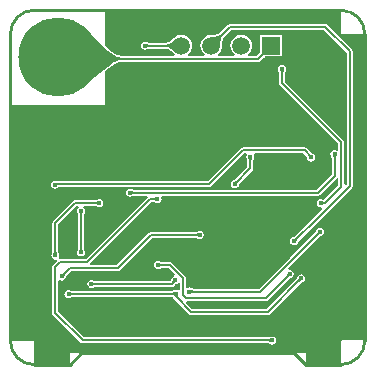
<source format=gbl>
G04*
G04 #@! TF.GenerationSoftware,Altium Limited,Altium Designer,18.1.9 (240)*
G04*
G04 Layer_Physical_Order=2*
G04 Layer_Color=16711680*
%FSLAX24Y24*%
%MOIN*%
G70*
G01*
G75*
%ADD11C,0.0100*%
%ADD39C,0.0080*%
%ADD40C,0.2638*%
%ADD41C,0.0472*%
%ADD42C,0.0598*%
%ADD43R,0.0598X0.0598*%
%ADD44C,0.0150*%
G36*
X1816Y11145D02*
X1821Y11084D01*
X1824Y11057D01*
X1830Y11032D01*
X1836Y11010D01*
X1843Y10990D01*
X1852Y10973D01*
X1862Y10957D01*
X1873Y10945D01*
X1816Y10888D01*
X1804Y10899D01*
X1788Y10909D01*
X1771Y10918D01*
X1751Y10925D01*
X1729Y10932D01*
X1704Y10937D01*
X1680Y10940D01*
X1665Y10920D01*
X1651Y10900D01*
X1640Y10879D01*
X1631Y10860D01*
X1625Y10841D01*
X1621Y10824D01*
X1620Y10807D01*
X1540D01*
X1539Y10824D01*
X1535Y10841D01*
X1529Y10860D01*
X1520Y10879D01*
X1509Y10900D01*
X1495Y10920D01*
X1479Y10942D01*
X1438Y10988D01*
X1415Y11012D01*
X1650D01*
X1816Y11179D01*
X1816Y11145D01*
D02*
G37*
G36*
X2079Y10739D02*
X2055Y10763D01*
X2009Y10803D01*
X1987Y10819D01*
X1966Y10833D01*
X1946Y10844D01*
X1927Y10853D01*
X1908Y10859D01*
X1891Y10863D01*
X1874Y10864D01*
Y10944D01*
X1891Y10946D01*
X1908Y10949D01*
X1927Y10956D01*
X1946Y10964D01*
X1966Y10976D01*
X1987Y10989D01*
X2009Y11006D01*
X2055Y11046D01*
X2079Y11070D01*
Y10739D01*
D02*
G37*
G36*
X7058Y10938D02*
X7045Y10923D01*
X7033Y10904D01*
X7023Y10882D01*
X7015Y10857D01*
X7007Y10828D01*
X7001Y10796D01*
X6997Y10760D01*
X6992Y10679D01*
X6992Y10633D01*
X6696Y10929D01*
X6742Y10929D01*
X6823Y10934D01*
X6859Y10938D01*
X6891Y10944D01*
X6920Y10952D01*
X6945Y10960D01*
X6967Y10970D01*
X6986Y10982D01*
X7001Y10995D01*
X7058Y10938D01*
D02*
G37*
G36*
X4536Y10680D02*
X4540Y10678D01*
X4544Y10676D01*
X4548Y10674D01*
X4553Y10673D01*
X4559Y10672D01*
X4566Y10671D01*
X4580Y10670D01*
X4588Y10670D01*
Y10590D01*
X4580Y10590D01*
X4566Y10589D01*
X4559Y10588D01*
X4553Y10587D01*
X4548Y10585D01*
X4544Y10584D01*
X4540Y10582D01*
X4536Y10580D01*
X4534Y10577D01*
Y10682D01*
X4536Y10680D01*
D02*
G37*
G36*
X1053Y10711D02*
X1013Y10666D01*
X997Y10644D01*
X983Y10623D01*
X972Y10603D01*
X963Y10583D01*
X957Y10565D01*
X953Y10547D01*
X952Y10530D01*
X872D01*
X871Y10547D01*
X867Y10565D01*
X861Y10583D01*
X852Y10603D01*
X840Y10623D01*
X827Y10644D01*
X810Y10666D01*
X770Y10711D01*
X746Y10736D01*
X1077D01*
X1053Y10711D01*
D02*
G37*
G36*
X5479Y10420D02*
X5447Y10453D01*
X5386Y10507D01*
X5358Y10529D01*
X5331Y10548D01*
X5305Y10563D01*
X5281Y10575D01*
X5258Y10583D01*
X5237Y10588D01*
X5217Y10590D01*
Y10670D01*
X5237Y10672D01*
X5258Y10677D01*
X5281Y10685D01*
X5305Y10697D01*
X5331Y10712D01*
X5358Y10731D01*
X5386Y10753D01*
X5447Y10807D01*
X5479Y10839D01*
Y10420D01*
D02*
G37*
G36*
X8508Y10332D02*
X8502Y10336D01*
X8494Y10339D01*
X8486D01*
X8476Y10336D01*
X8466Y10332D01*
X8454Y10325D01*
X8441Y10316D01*
X8427Y10305D01*
X8395Y10275D01*
X8338Y10332D01*
X8354Y10348D01*
X8379Y10378D01*
X8388Y10391D01*
X8395Y10403D01*
X8399Y10413D01*
X8402Y10423D01*
Y10431D01*
X8399Y10439D01*
X8395Y10445D01*
X8508Y10332D01*
D02*
G37*
G36*
X867Y10282D02*
X869Y10281D01*
X871Y10280D01*
X874Y10279D01*
X879Y10278D01*
X884Y10277D01*
X896Y10277D01*
X912Y10276D01*
Y10196D01*
X903Y10196D01*
X879Y10194D01*
X874Y10194D01*
X871Y10193D01*
X869Y10192D01*
X867Y10190D01*
X866Y10189D01*
Y10284D01*
X867Y10282D01*
D02*
G37*
G36*
X2707Y10956D02*
X3242Y10455D01*
X3351Y10374D01*
X3449Y10311D01*
X3538Y10267D01*
X3616Y10240D01*
X3685Y10231D01*
X3682Y10151D01*
X3619Y10142D01*
X3543Y10116D01*
X3455Y10072D01*
X3354Y10012D01*
X3240Y9933D01*
X2976Y9725D01*
X2661Y9446D01*
X2484Y9281D01*
X2515Y10163D01*
X2391Y10041D01*
X2360Y10062D01*
X2304Y10097D01*
X2255Y10123D01*
X2233Y10133D01*
X2212Y10141D01*
X2194Y10146D01*
X2178Y10150D01*
X2163Y10151D01*
X2147Y10231D01*
X2165Y10232D01*
X2183Y10236D01*
X2202Y10243D01*
X2220Y10252D01*
X2238Y10265D01*
X2256Y10279D01*
X2274Y10297D01*
X2292Y10317D01*
X2310Y10340D01*
X2327Y10366D01*
X2515Y10182D01*
X2548Y11126D01*
X2707Y10956D01*
D02*
G37*
G36*
X9110Y9794D02*
X9108Y9790D01*
X9106Y9786D01*
X9104Y9782D01*
X9103Y9777D01*
X9102Y9771D01*
X9101Y9764D01*
X9100Y9750D01*
X9100Y9742D01*
X9020D01*
X9020Y9750D01*
X9019Y9764D01*
X9018Y9771D01*
X9017Y9777D01*
X9015Y9782D01*
X9014Y9786D01*
X9012Y9790D01*
X9010Y9794D01*
X9007Y9796D01*
X9112D01*
X9110Y9794D01*
D02*
G37*
G36*
X952Y9943D02*
X953Y9926D01*
X957Y9908D01*
X963Y9889D01*
X972Y9870D01*
X983Y9850D01*
X997Y9829D01*
X1013Y9807D01*
X1053Y9761D01*
X1077Y9737D01*
X746Y9737D01*
X770Y9761D01*
X810Y9807D01*
X827Y9829D01*
X840Y9850D01*
X852Y9870D01*
X861Y9889D01*
X867Y9908D01*
X871Y9926D01*
X872Y9943D01*
X952Y9943D01*
D02*
G37*
G36*
X1111Y9701D02*
X1178Y9638D01*
X1198Y9622D01*
X1218Y9609D01*
X1236Y9598D01*
X1254Y9589D01*
X1270Y9584D01*
X1286Y9580D01*
X1283Y9500D01*
X1266Y9501D01*
X1247Y9500D01*
X1228Y9496D01*
X1208Y9489D01*
X1187Y9480D01*
X1166Y9469D01*
X1154Y9461D01*
X1156Y9444D01*
X1161Y9419D01*
X1168Y9397D01*
X1175Y9377D01*
X1184Y9360D01*
X1194Y9344D01*
X1205Y9332D01*
X1148Y9275D01*
X1135Y9286D01*
X1120Y9296D01*
X1103Y9305D01*
X1083Y9312D01*
X1060Y9319D01*
X1036Y9324D01*
X1009Y9327D01*
X948Y9332D01*
X914Y9332D01*
X1078Y9496D01*
X1086Y9727D01*
X1111Y9701D01*
D02*
G37*
G36*
X2079Y9403D02*
X2055Y9427D01*
X2009Y9467D01*
X1987Y9483D01*
X1966Y9497D01*
X1946Y9508D01*
X1927Y9517D01*
X1908Y9523D01*
X1891Y9527D01*
X1874Y9528D01*
Y9608D01*
X1891Y9609D01*
X1908Y9613D01*
X1927Y9619D01*
X1946Y9628D01*
X1966Y9639D01*
X1987Y9653D01*
X2009Y9670D01*
X2055Y9710D01*
X2079Y9733D01*
Y9403D01*
D02*
G37*
G36*
X1873Y9528D02*
X1862Y9515D01*
X1852Y9500D01*
X1843Y9482D01*
X1836Y9462D01*
X1830Y9440D01*
X1824Y9415D01*
X1821Y9388D01*
X1816Y9328D01*
X1816Y9294D01*
X1582Y9528D01*
X1616Y9528D01*
X1677Y9532D01*
X1704Y9536D01*
X1729Y9541D01*
X1751Y9547D01*
X1771Y9555D01*
X1788Y9563D01*
X1804Y9573D01*
X1816Y9584D01*
X1873Y9528D01*
D02*
G37*
G36*
X1411Y9126D02*
X1387Y9150D01*
X1341Y9190D01*
X1319Y9206D01*
X1298Y9220D01*
X1278Y9231D01*
X1259Y9240D01*
X1240Y9246D01*
X1222Y9250D01*
X1205Y9251D01*
Y9331D01*
X1222Y9333D01*
X1240Y9336D01*
X1259Y9343D01*
X1278Y9351D01*
X1298Y9363D01*
X1319Y9376D01*
X1341Y9393D01*
X1387Y9433D01*
X1411Y9457D01*
Y9126D01*
D02*
G37*
G36*
X10856Y6960D02*
X10854Y6956D01*
X10852Y6952D01*
X10850Y6948D01*
X10849Y6943D01*
X10848Y6937D01*
X10847Y6930D01*
X10846Y6916D01*
X10846Y6908D01*
X10766D01*
X10766Y6916D01*
X10765Y6930D01*
X10764Y6937D01*
X10763Y6943D01*
X10761Y6948D01*
X10760Y6952D01*
X10758Y6956D01*
X10756Y6960D01*
X10753Y6962D01*
X10858D01*
X10856Y6960D01*
D02*
G37*
G36*
X11024Y11809D02*
Y11024D01*
X11811D01*
Y806D01*
X11045D01*
X11026Y787D01*
Y0D01*
X9843D01*
Y394D01*
X1969D01*
X1986Y377D01*
Y0D01*
X787D01*
Y787D01*
X0D01*
Y8661D01*
X3150D01*
Y9779D01*
X3279Y9881D01*
X3389Y9957D01*
X3486Y10015D01*
X3568Y10056D01*
X3634Y10079D01*
X3691Y10086D01*
X3695Y10089D01*
X8254D01*
X8293Y10097D01*
X8326Y10119D01*
X8432Y10225D01*
X8439Y10228D01*
X8469Y10256D01*
X8480Y10264D01*
X8488Y10270D01*
X8489Y10271D01*
X8499D01*
X8508Y10267D01*
X8513Y10269D01*
X8518Y10268D01*
X8523Y10271D01*
X9052D01*
Y10989D01*
X8334D01*
Y10460D01*
X8331Y10455D01*
X8332Y10450D01*
X8330Y10445D01*
X8334Y10436D01*
Y10426D01*
X8333Y10425D01*
X8328Y10417D01*
X8306Y10392D01*
X8292Y10377D01*
X8289Y10370D01*
X8211Y10293D01*
X7926D01*
X7909Y10343D01*
X7949Y10374D01*
X8007Y10449D01*
X8043Y10536D01*
X8055Y10630D01*
X8043Y10724D01*
X8007Y10811D01*
X7949Y10886D01*
X7874Y10944D01*
X7787Y10980D01*
X7693Y10992D01*
X7599Y10980D01*
X7512Y10944D01*
X7437Y10886D01*
X7379Y10811D01*
X7343Y10724D01*
X7331Y10630D01*
X7343Y10536D01*
X7379Y10449D01*
X7437Y10374D01*
X7477Y10343D01*
X7460Y10293D01*
X6926D01*
X6909Y10343D01*
X6949Y10374D01*
X7007Y10449D01*
X7043Y10536D01*
X7055Y10627D01*
X7057Y10633D01*
X7057Y10677D01*
X7062Y10754D01*
X7066Y10786D01*
X7071Y10814D01*
X7077Y10838D01*
X7084Y10858D01*
X7091Y10874D01*
X7098Y10885D01*
X7107Y10896D01*
X7109Y10902D01*
X7354Y11147D01*
X10456D01*
X11204Y10399D01*
Y6011D01*
X11177Y5990D01*
X11128Y6012D01*
Y7426D01*
X11120Y7465D01*
X11098Y7498D01*
X9162Y9434D01*
Y9734D01*
X9165Y9741D01*
X9165Y9747D01*
X9166Y9758D01*
X9166Y9760D01*
X9166Y9762D01*
X9167Y9763D01*
X9167Y9763D01*
X9167Y9765D01*
X9167Y9767D01*
X9187Y9797D01*
X9198Y9850D01*
X9187Y9903D01*
X9157Y9947D01*
X9113Y9977D01*
X9060Y9988D01*
X9007Y9977D01*
X8963Y9947D01*
X8933Y9903D01*
X8922Y9850D01*
X8933Y9797D01*
X8953Y9767D01*
X8953Y9765D01*
X8953Y9763D01*
X8953Y9763D01*
X8954Y9762D01*
X8954Y9760D01*
X8954Y9758D01*
X8955Y9747D01*
X8955Y9741D01*
X8958Y9734D01*
Y9392D01*
X8966Y9353D01*
X8988Y9320D01*
X10924Y7384D01*
Y7160D01*
X10874Y7133D01*
X10859Y7143D01*
X10806Y7154D01*
X10753Y7143D01*
X10709Y7113D01*
X10679Y7069D01*
X10668Y7016D01*
X10679Y6963D01*
X10699Y6933D01*
X10699Y6931D01*
X10699Y6929D01*
X10699Y6929D01*
X10700Y6928D01*
X10700Y6926D01*
X10700Y6924D01*
X10701Y6913D01*
X10701Y6907D01*
X10704Y6900D01*
Y6341D01*
X10195Y5832D01*
X4096D01*
X4089Y5835D01*
X4083Y5835D01*
X4072Y5836D01*
X4070Y5836D01*
X4068Y5836D01*
X4067Y5837D01*
X4067Y5837D01*
X4065Y5837D01*
X4063Y5837D01*
X4033Y5857D01*
X3980Y5868D01*
X3927Y5857D01*
X3883Y5827D01*
X3853Y5783D01*
X3842Y5730D01*
X3853Y5677D01*
X3883Y5633D01*
X3927Y5603D01*
X3980Y5592D01*
X4033Y5603D01*
X4063Y5623D01*
X4065Y5623D01*
X4067Y5623D01*
X4067Y5623D01*
X4068Y5624D01*
X4070Y5624D01*
X4072Y5624D01*
X4083Y5625D01*
X4089Y5625D01*
X4096Y5628D01*
X4555D01*
X4570Y5595D01*
X4572Y5578D01*
X2515Y3521D01*
X1649D01*
X1640Y3519D01*
X1610Y3564D01*
X1623Y3583D01*
X1634Y3636D01*
X1623Y3689D01*
X1603Y3719D01*
X1603Y3721D01*
X1603Y3723D01*
X1603Y3723D01*
X1602Y3724D01*
X1602Y3726D01*
X1602Y3728D01*
X1601Y3739D01*
X1601Y3745D01*
X1598Y3752D01*
Y4684D01*
X2192Y5278D01*
X2266D01*
X2281Y5228D01*
X2259Y5213D01*
X2229Y5169D01*
X2218Y5116D01*
X2229Y5063D01*
X2245Y5039D01*
X2245Y5035D01*
X2245Y5034D01*
X2245Y5034D01*
X2246Y5033D01*
X2246Y5032D01*
X2246Y5031D01*
X2247Y5015D01*
X2247Y5009D01*
X2250Y5002D01*
Y3862D01*
X2247Y3855D01*
X2247Y3848D01*
X2246Y3838D01*
X2246Y3835D01*
X2246Y3833D01*
X2245Y3833D01*
X2245Y3832D01*
X2245Y3831D01*
X2245Y3828D01*
X2225Y3798D01*
X2215Y3745D01*
X2225Y3693D01*
X2255Y3648D01*
X2299Y3618D01*
X2352Y3608D01*
X2405Y3618D01*
X2449Y3648D01*
X2479Y3693D01*
X2490Y3745D01*
X2479Y3798D01*
X2459Y3828D01*
X2459Y3831D01*
X2459Y3832D01*
X2459Y3833D01*
X2459Y3833D01*
X2458Y3835D01*
X2458Y3838D01*
X2457Y3848D01*
X2457Y3855D01*
X2454Y3862D01*
Y4995D01*
X2457Y5001D01*
X2456Y5003D01*
X2457Y5004D01*
X2457Y5011D01*
X2458Y5021D01*
X2458Y5023D01*
X2458Y5024D01*
X2458Y5024D01*
X2458Y5024D01*
X2459Y5024D01*
X2459Y5025D01*
X2459Y5026D01*
X2459Y5027D01*
X2459Y5027D01*
X2459Y5028D01*
X2483Y5063D01*
X2494Y5116D01*
X2483Y5169D01*
X2453Y5213D01*
X2431Y5228D01*
X2446Y5278D01*
X2844D01*
X2851Y5275D01*
X2857Y5275D01*
X2868Y5274D01*
X2870Y5274D01*
X2872Y5274D01*
X2873Y5273D01*
X2873Y5273D01*
X2875Y5273D01*
X2877Y5273D01*
X2907Y5253D01*
X2960Y5242D01*
X3013Y5253D01*
X3057Y5283D01*
X3087Y5327D01*
X3098Y5380D01*
X3087Y5433D01*
X3057Y5477D01*
X3013Y5507D01*
X2960Y5518D01*
X2907Y5507D01*
X2877Y5487D01*
X2875Y5487D01*
X2873Y5487D01*
X2873Y5487D01*
X2872Y5486D01*
X2870Y5486D01*
X2868Y5486D01*
X2857Y5485D01*
X2851Y5485D01*
X2844Y5482D01*
X2150D01*
X2111Y5474D01*
X2078Y5452D01*
X1424Y4798D01*
X1402Y4765D01*
X1394Y4726D01*
Y3752D01*
X1391Y3745D01*
X1391Y3739D01*
X1390Y3728D01*
X1390Y3726D01*
X1390Y3724D01*
X1389Y3723D01*
X1389Y3723D01*
X1389Y3721D01*
X1389Y3719D01*
X1369Y3689D01*
X1358Y3636D01*
X1369Y3583D01*
X1399Y3539D01*
X1443Y3509D01*
X1496Y3498D01*
X1518Y3503D01*
X1542Y3457D01*
X1414Y3328D01*
X1392Y3295D01*
X1384Y3256D01*
Y1726D01*
X1392Y1687D01*
X1414Y1654D01*
X2334Y734D01*
X2367Y712D01*
X2406Y704D01*
X8608D01*
X8615Y701D01*
X8621Y701D01*
X8632Y700D01*
X8635Y700D01*
X8636Y700D01*
X8637Y699D01*
X8637Y699D01*
X8639Y699D01*
X8642Y699D01*
X8672Y679D01*
X8724Y668D01*
X8777Y679D01*
X8822Y709D01*
X8852Y753D01*
X8862Y806D01*
X8852Y859D01*
X8822Y903D01*
X8777Y933D01*
X8724Y944D01*
X8672Y933D01*
X8642Y913D01*
X8639Y913D01*
X8637Y913D01*
X8637Y913D01*
X8636Y912D01*
X8635Y912D01*
X8632Y912D01*
X8621Y911D01*
X8615Y911D01*
X8608Y908D01*
X2448D01*
X1588Y1768D01*
Y2792D01*
X1638Y2819D01*
X1653Y2809D01*
X1706Y2798D01*
X1759Y2809D01*
X1803Y2839D01*
X1833Y2883D01*
X1840Y2919D01*
X1842Y2920D01*
X1843Y2922D01*
X1843Y2922D01*
X1843Y2923D01*
X1845Y2924D01*
X1846Y2926D01*
X1853Y2934D01*
X1858Y2939D01*
X1860Y2946D01*
X2028Y3114D01*
X3576D01*
X3615Y3121D01*
X3648Y3144D01*
X4728Y4224D01*
X6189D01*
X6196Y4221D01*
X6202Y4221D01*
X6213Y4220D01*
X6216Y4220D01*
X6217Y4220D01*
X6218Y4219D01*
X6218Y4219D01*
X6220Y4219D01*
X6223Y4219D01*
X6253Y4199D01*
X6305Y4188D01*
X6358Y4199D01*
X6403Y4229D01*
X6433Y4273D01*
X6443Y4326D01*
X6433Y4379D01*
X6403Y4423D01*
X6358Y4453D01*
X6305Y4464D01*
X6253Y4453D01*
X6223Y4433D01*
X6220Y4433D01*
X6218Y4433D01*
X6218Y4433D01*
X6217Y4432D01*
X6216Y4432D01*
X6213Y4432D01*
X6202Y4431D01*
X6196Y4431D01*
X6189Y4428D01*
X4686D01*
X4647Y4420D01*
X4614Y4398D01*
X3533Y3318D01*
X2671D01*
X2650Y3368D01*
X4691Y5408D01*
X4784D01*
X4791Y5405D01*
X4797Y5405D01*
X4808Y5404D01*
X4810Y5404D01*
X4812Y5404D01*
X4813Y5403D01*
X4813Y5403D01*
X4815Y5403D01*
X4817Y5403D01*
X4847Y5383D01*
X4900Y5372D01*
X4953Y5383D01*
X4997Y5413D01*
X5027Y5457D01*
X5038Y5510D01*
X5027Y5563D01*
X5017Y5578D01*
X5044Y5628D01*
X10237D01*
X10276Y5636D01*
X10309Y5658D01*
X10874Y6223D01*
X10891Y6221D01*
X10924Y6206D01*
Y5973D01*
X10437Y5485D01*
X10432Y5486D01*
X10430Y5486D01*
X10428Y5486D01*
X10427Y5487D01*
X10427Y5487D01*
X10425Y5487D01*
X10423Y5487D01*
X10393Y5507D01*
X10340Y5518D01*
X10287Y5507D01*
X10243Y5477D01*
X10213Y5433D01*
X10202Y5380D01*
X10213Y5327D01*
X10243Y5283D01*
X10287Y5253D01*
X10340Y5242D01*
X10396Y5203D01*
X10398Y5192D01*
X10176Y4970D01*
X9470Y4264D01*
X9463Y4262D01*
X9459Y4257D01*
X9450Y4250D01*
X9448Y4249D01*
X9447Y4248D01*
X9446Y4247D01*
X9446Y4247D01*
X9444Y4246D01*
X9443Y4244D01*
X9407Y4237D01*
X9363Y4207D01*
X9333Y4163D01*
X9322Y4110D01*
X9333Y4057D01*
X9363Y4013D01*
X9407Y3983D01*
X9460Y3972D01*
X9513Y3983D01*
X9557Y4013D01*
X9587Y4057D01*
X9594Y4093D01*
X9596Y4094D01*
X9597Y4096D01*
X9597Y4096D01*
X9597Y4097D01*
X9599Y4098D01*
X9600Y4100D01*
X9607Y4109D01*
X9612Y4113D01*
X9614Y4120D01*
X10320Y4826D01*
X11378Y5884D01*
X11400Y5917D01*
X11408Y5956D01*
Y10441D01*
X11400Y10481D01*
X11378Y10514D01*
X10570Y11321D01*
X10537Y11343D01*
X10498Y11351D01*
X7312D01*
X7273Y11343D01*
X7240Y11321D01*
X6965Y11046D01*
X6959Y11044D01*
X6948Y11035D01*
X6937Y11028D01*
X6921Y11021D01*
X6901Y11014D01*
X6877Y11008D01*
X6849Y11003D01*
X6817Y10999D01*
X6740Y10994D01*
X6696Y10994D01*
X6690Y10992D01*
X6599Y10980D01*
X6512Y10944D01*
X6437Y10886D01*
X6379Y10811D01*
X6343Y10724D01*
X6331Y10630D01*
X6343Y10536D01*
X6379Y10449D01*
X6437Y10374D01*
X6477Y10343D01*
X6460Y10293D01*
X5926D01*
X5909Y10343D01*
X5949Y10374D01*
X6007Y10449D01*
X6043Y10536D01*
X6055Y10630D01*
X6043Y10724D01*
X6007Y10811D01*
X5949Y10886D01*
X5874Y10944D01*
X5787Y10980D01*
X5693Y10992D01*
X5599Y10980D01*
X5512Y10944D01*
X5439Y10888D01*
X5434Y10886D01*
X5402Y10855D01*
X5344Y10803D01*
X5319Y10783D01*
X5295Y10767D01*
X5274Y10754D01*
X5255Y10745D01*
X5239Y10739D01*
X5226Y10736D01*
X5211Y10735D01*
X5206Y10732D01*
X4596D01*
X4589Y10735D01*
X4583Y10735D01*
X4572Y10736D01*
X4570Y10736D01*
X4568Y10736D01*
X4567Y10737D01*
X4567Y10737D01*
X4565Y10737D01*
X4563Y10737D01*
X4533Y10757D01*
X4480Y10768D01*
X4427Y10757D01*
X4383Y10727D01*
X4353Y10683D01*
X4342Y10630D01*
X4353Y10577D01*
X4383Y10533D01*
X4427Y10503D01*
X4480Y10492D01*
X4533Y10503D01*
X4563Y10523D01*
X4565Y10523D01*
X4567Y10523D01*
X4567Y10523D01*
X4568Y10523D01*
X4570Y10524D01*
X4572Y10524D01*
X4583Y10525D01*
X4589Y10525D01*
X4596Y10528D01*
X5206D01*
X5211Y10525D01*
X5226Y10524D01*
X5239Y10521D01*
X5255Y10515D01*
X5274Y10506D01*
X5295Y10493D01*
X5319Y10477D01*
X5344Y10457D01*
X5402Y10405D01*
X5434Y10374D01*
X5439Y10372D01*
X5477Y10343D01*
X5460Y10293D01*
X3698D01*
X3693Y10295D01*
X3631Y10303D01*
X3563Y10327D01*
X3481Y10368D01*
X3387Y10428D01*
X3284Y10505D01*
X3150Y10630D01*
Y11811D01*
X11023D01*
X11024Y11809D01*
D02*
G37*
G36*
X4036Y5780D02*
X4040Y5778D01*
X4044Y5776D01*
X4048Y5774D01*
X4053Y5773D01*
X4059Y5772D01*
X4066Y5771D01*
X4080Y5770D01*
X4088Y5770D01*
Y5690D01*
X4080Y5690D01*
X4066Y5689D01*
X4059Y5688D01*
X4053Y5687D01*
X4048Y5685D01*
X4044Y5684D01*
X4040Y5682D01*
X4036Y5680D01*
X4034Y5677D01*
Y5782D01*
X4036Y5780D01*
D02*
G37*
G36*
X4846Y5458D02*
X4844Y5460D01*
X4840Y5462D01*
X4836Y5464D01*
X4832Y5465D01*
X4827Y5467D01*
X4821Y5468D01*
X4814Y5469D01*
X4800Y5470D01*
X4792Y5470D01*
Y5550D01*
X4800Y5550D01*
X4814Y5551D01*
X4821Y5552D01*
X4827Y5553D01*
X4832Y5555D01*
X4836Y5556D01*
X4840Y5558D01*
X4844Y5560D01*
X4846Y5562D01*
Y5458D01*
D02*
G37*
G36*
X10396Y5430D02*
X10400Y5428D01*
X10404Y5426D01*
X10408Y5425D01*
X10413Y5423D01*
X10419Y5422D01*
X10426Y5421D01*
X10440Y5420D01*
X10448Y5420D01*
Y5340D01*
X10440Y5340D01*
X10426Y5339D01*
X10419Y5338D01*
X10413Y5337D01*
X10408Y5336D01*
X10404Y5334D01*
X10400Y5332D01*
X10396Y5330D01*
X10394Y5328D01*
Y5433D01*
X10396Y5430D01*
D02*
G37*
G36*
X2906Y5328D02*
X2904Y5330D01*
X2900Y5332D01*
X2896Y5334D01*
X2892Y5336D01*
X2887Y5337D01*
X2881Y5338D01*
X2874Y5339D01*
X2860Y5340D01*
X2852Y5340D01*
Y5420D01*
X2860Y5420D01*
X2874Y5421D01*
X2881Y5422D01*
X2887Y5423D01*
X2892Y5425D01*
X2896Y5426D01*
X2900Y5428D01*
X2904Y5430D01*
X2906Y5433D01*
Y5328D01*
D02*
G37*
G36*
X2406Y5060D02*
X2403Y5057D01*
X2401Y5054D01*
X2399Y5050D01*
X2397Y5045D01*
X2396Y5040D01*
X2394Y5034D01*
X2393Y5028D01*
X2392Y5013D01*
X2392Y5005D01*
X2312Y5010D01*
X2312Y5018D01*
X2310Y5039D01*
X2309Y5045D01*
X2308Y5050D01*
X2307Y5055D01*
X2305Y5059D01*
X2303Y5062D01*
X2301Y5065D01*
X2406Y5060D01*
D02*
G37*
G36*
X6252Y4273D02*
X6249Y4276D01*
X6246Y4278D01*
X6242Y4280D01*
X6237Y4281D01*
X6232Y4283D01*
X6226Y4284D01*
X6220Y4285D01*
X6205Y4286D01*
X6197Y4286D01*
Y4366D01*
X6205Y4366D01*
X6220Y4367D01*
X6226Y4368D01*
X6232Y4369D01*
X6237Y4370D01*
X6242Y4372D01*
X6246Y4374D01*
X6249Y4376D01*
X6252Y4378D01*
Y4273D01*
D02*
G37*
G36*
X9565Y4158D02*
X9559Y4153D01*
X9550Y4141D01*
X9546Y4136D01*
X9542Y4131D01*
X9540Y4127D01*
X9538Y4122D01*
X9536Y4118D01*
X9535Y4114D01*
X9535Y4111D01*
X9461Y4185D01*
X9464Y4185D01*
X9468Y4186D01*
X9472Y4188D01*
X9477Y4190D01*
X9481Y4192D01*
X9486Y4196D01*
X9491Y4200D01*
X9503Y4209D01*
X9508Y4215D01*
X9565Y4158D01*
D02*
G37*
G36*
X2392Y3846D02*
X2393Y3831D01*
X2394Y3825D01*
X2395Y3819D01*
X2397Y3814D01*
X2398Y3809D01*
X2400Y3805D01*
X2402Y3802D01*
X2405Y3799D01*
X2300D01*
X2302Y3802D01*
X2304Y3805D01*
X2306Y3809D01*
X2308Y3814D01*
X2309Y3819D01*
X2310Y3825D01*
X2311Y3831D01*
X2312Y3846D01*
X2312Y3854D01*
X2392D01*
X2392Y3846D01*
D02*
G37*
G36*
X1536Y3736D02*
X1537Y3722D01*
X1538Y3715D01*
X1539Y3709D01*
X1540Y3704D01*
X1542Y3700D01*
X1544Y3696D01*
X1546Y3692D01*
X1548Y3690D01*
X1443D01*
X1446Y3692D01*
X1448Y3696D01*
X1450Y3700D01*
X1451Y3704D01*
X1453Y3709D01*
X1454Y3715D01*
X1455Y3722D01*
X1456Y3736D01*
X1456Y3744D01*
X1536D01*
X1536Y3736D01*
D02*
G37*
G36*
X1811Y2984D02*
X1805Y2978D01*
X1796Y2967D01*
X1792Y2962D01*
X1788Y2957D01*
X1786Y2953D01*
X1784Y2948D01*
X1782Y2944D01*
X1781Y2940D01*
X1781Y2937D01*
X1707Y3011D01*
X1710Y3011D01*
X1714Y3012D01*
X1718Y3014D01*
X1723Y3016D01*
X1727Y3018D01*
X1732Y3022D01*
X1737Y3026D01*
X1748Y3035D01*
X1754Y3041D01*
X1811Y2984D01*
D02*
G37*
G36*
X8671Y753D02*
X8668Y756D01*
X8665Y758D01*
X8661Y760D01*
X8656Y761D01*
X8651Y763D01*
X8645Y764D01*
X8639Y765D01*
X8624Y766D01*
X8616Y766D01*
Y846D01*
X8624Y846D01*
X8639Y847D01*
X8645Y848D01*
X8651Y849D01*
X8656Y850D01*
X8661Y852D01*
X8665Y854D01*
X8668Y856D01*
X8671Y858D01*
Y753D01*
D02*
G37*
%LPC*%
G36*
X9809Y7243D02*
X7741D01*
X7702Y7235D01*
X7669Y7213D01*
X6579Y6123D01*
X1566D01*
X1559Y6126D01*
X1531Y6126D01*
X1521Y6127D01*
X1520Y6127D01*
X1520Y6127D01*
X1519Y6127D01*
X1516Y6126D01*
X1476Y6134D01*
X1423Y6123D01*
X1379Y6093D01*
X1349Y6049D01*
X1338Y5996D01*
X1349Y5943D01*
X1379Y5899D01*
X1423Y5869D01*
X1476Y5858D01*
X1529Y5869D01*
X1573Y5899D01*
X1585Y5915D01*
X1590Y5916D01*
X1596Y5916D01*
X1603Y5919D01*
X6621D01*
X6660Y5927D01*
X6693Y5949D01*
X7783Y7039D01*
X7849D01*
X7876Y6989D01*
X7869Y6979D01*
X7858Y6926D01*
X7869Y6873D01*
X7889Y6843D01*
X7889Y6841D01*
X7889Y6839D01*
X7889Y6839D01*
X7890Y6838D01*
X7890Y6836D01*
X7890Y6834D01*
X7891Y6823D01*
X7891Y6817D01*
X7894Y6810D01*
Y6578D01*
X7490Y6174D01*
X7483Y6172D01*
X7479Y6167D01*
X7470Y6160D01*
X7468Y6159D01*
X7467Y6157D01*
X7466Y6157D01*
X7466Y6157D01*
X7464Y6156D01*
X7463Y6154D01*
X7427Y6147D01*
X7383Y6117D01*
X7353Y6073D01*
X7342Y6020D01*
X7353Y5967D01*
X7383Y5923D01*
X7427Y5893D01*
X7480Y5882D01*
X7533Y5893D01*
X7577Y5923D01*
X7607Y5967D01*
X7614Y6003D01*
X7616Y6004D01*
X7617Y6006D01*
X7617Y6006D01*
X7617Y6007D01*
X7619Y6008D01*
X7620Y6010D01*
X7627Y6019D01*
X7632Y6023D01*
X7634Y6030D01*
X8068Y6464D01*
X8090Y6497D01*
X8098Y6536D01*
Y6810D01*
X8101Y6817D01*
X8101Y6823D01*
X8102Y6834D01*
X8102Y6836D01*
X8102Y6838D01*
X8103Y6839D01*
X8103Y6839D01*
X8103Y6841D01*
X8103Y6843D01*
X8123Y6873D01*
X8134Y6926D01*
X8123Y6979D01*
X8116Y6989D01*
X8143Y7039D01*
X9767D01*
X9865Y6941D01*
X9865Y6941D01*
X9867Y6938D01*
X9872Y6934D01*
X9875Y6927D01*
X9880Y6922D01*
X9882Y6919D01*
X9884Y6916D01*
X9884Y6916D01*
X9882Y6905D01*
X9893Y6853D01*
X9923Y6808D01*
X9967Y6778D01*
X10020Y6768D01*
X10073Y6778D01*
X10117Y6808D01*
X10147Y6853D01*
X10158Y6905D01*
X10147Y6958D01*
X10117Y7003D01*
X10073Y7032D01*
X10068Y7033D01*
X10068Y7034D01*
X10065Y7036D01*
X10065Y7036D01*
X10065Y7036D01*
X10065Y7036D01*
X10064Y7036D01*
X10045Y7053D01*
X10040Y7058D01*
X10033Y7061D01*
X9881Y7213D01*
X9848Y7235D01*
X9809Y7243D01*
D02*
G37*
G36*
X10326Y4568D02*
X10273Y4557D01*
X10229Y4527D01*
X10199Y4483D01*
X10192Y4447D01*
X10190Y4446D01*
X10189Y4444D01*
X10189Y4444D01*
X10188Y4443D01*
X10187Y4442D01*
X10186Y4440D01*
X10179Y4432D01*
X10174Y4427D01*
X10172Y4420D01*
X9732Y3980D01*
X9314Y3562D01*
X8285Y2533D01*
X6085D01*
X6078Y2536D01*
X6071Y2536D01*
X6061Y2537D01*
X6058Y2537D01*
X6056Y2537D01*
X6056Y2538D01*
X6056Y2538D01*
X6054Y2538D01*
X6051Y2538D01*
X6021Y2558D01*
X5968Y2569D01*
X5916Y2558D01*
X5898Y2546D01*
X5848Y2573D01*
Y2886D01*
X5840Y2925D01*
X5818Y2958D01*
X5378Y3398D01*
X5345Y3420D01*
X5306Y3428D01*
X5038D01*
X5031Y3431D01*
X5025Y3431D01*
X5014Y3432D01*
X5012Y3432D01*
X5010Y3432D01*
X5009Y3433D01*
X5009Y3433D01*
X5007Y3433D01*
X5004Y3433D01*
X4974Y3453D01*
X4922Y3464D01*
X4869Y3453D01*
X4824Y3423D01*
X4795Y3379D01*
X4784Y3326D01*
X4795Y3273D01*
X4824Y3229D01*
X4869Y3199D01*
X4922Y3188D01*
X4974Y3199D01*
X5004Y3219D01*
X5007Y3219D01*
X5009Y3219D01*
X5009Y3219D01*
X5010Y3220D01*
X5012Y3220D01*
X5014Y3220D01*
X5025Y3221D01*
X5031Y3221D01*
X5038Y3224D01*
X5264D01*
X5483Y3005D01*
X5466Y2951D01*
X5447Y2947D01*
X5403Y2917D01*
X5373Y2873D01*
X5366Y2837D01*
X5364Y2836D01*
X5363Y2834D01*
X5363Y2834D01*
X5363Y2833D01*
X5361Y2832D01*
X5360Y2830D01*
X5353Y2822D01*
X5348Y2817D01*
X5346Y2810D01*
X5328Y2792D01*
X2816D01*
X2809Y2795D01*
X2803Y2795D01*
X2792Y2796D01*
X2790Y2796D01*
X2788Y2796D01*
X2787Y2797D01*
X2787Y2797D01*
X2785Y2797D01*
X2783Y2797D01*
X2753Y2817D01*
X2700Y2828D01*
X2647Y2817D01*
X2603Y2787D01*
X2573Y2743D01*
X2562Y2690D01*
X2573Y2637D01*
X2603Y2593D01*
X2647Y2563D01*
X2700Y2552D01*
X2753Y2563D01*
X2783Y2583D01*
X2785Y2583D01*
X2787Y2583D01*
X2787Y2583D01*
X2788Y2584D01*
X2790Y2584D01*
X2792Y2584D01*
X2803Y2585D01*
X2809Y2585D01*
X2816Y2588D01*
X5370D01*
X5409Y2596D01*
X5442Y2618D01*
X5490Y2666D01*
X5497Y2668D01*
X5501Y2673D01*
X5510Y2680D01*
X5512Y2681D01*
X5513Y2683D01*
X5514Y2683D01*
X5514Y2683D01*
X5516Y2684D01*
X5517Y2686D01*
X5553Y2693D01*
X5594Y2720D01*
X5611Y2717D01*
X5644Y2703D01*
Y2492D01*
X5641Y2489D01*
X5598Y2470D01*
X5594Y2470D01*
X5565Y2489D01*
X5512Y2500D01*
X5459Y2489D01*
X5429Y2469D01*
X5426Y2470D01*
X5425Y2469D01*
X5424Y2469D01*
X5424Y2469D01*
X5422Y2468D01*
X5420Y2468D01*
X5409Y2467D01*
X5402Y2467D01*
X5396Y2464D01*
X2039D01*
X2032Y2467D01*
X2017Y2467D01*
X2007Y2468D01*
X2001Y2469D01*
X1999Y2469D01*
X1999Y2469D01*
X1999Y2469D01*
X1997Y2469D01*
X1995Y2469D01*
X1989Y2473D01*
X1936Y2484D01*
X1883Y2473D01*
X1839Y2443D01*
X1809Y2399D01*
X1798Y2346D01*
X1809Y2293D01*
X1839Y2249D01*
X1883Y2219D01*
X1936Y2208D01*
X1989Y2219D01*
X2033Y2249D01*
X2038Y2256D01*
X2047Y2257D01*
X2053Y2257D01*
X2060Y2260D01*
X2063D01*
X2069Y2259D01*
X2070Y2260D01*
X5396D01*
X5402Y2257D01*
X5409Y2257D01*
X5412Y2257D01*
X5418Y2231D01*
X5440Y2198D01*
X5954Y1684D01*
X5987Y1662D01*
X6026Y1654D01*
X8576D01*
X8615Y1662D01*
X8648Y1684D01*
X9680Y2716D01*
X9687Y2718D01*
X9692Y2723D01*
X9700Y2730D01*
X9702Y2731D01*
X9703Y2733D01*
X9704Y2733D01*
X9704Y2733D01*
X9706Y2734D01*
X9707Y2736D01*
X9743Y2743D01*
X9787Y2773D01*
X9817Y2817D01*
X9828Y2870D01*
X9817Y2923D01*
X9787Y2967D01*
X9743Y2997D01*
X9690Y3008D01*
X9637Y2997D01*
X9593Y2967D01*
X9563Y2923D01*
X9556Y2887D01*
X9554Y2886D01*
X9553Y2884D01*
X9553Y2884D01*
X9553Y2883D01*
X9551Y2882D01*
X9550Y2880D01*
X9543Y2871D01*
X9538Y2867D01*
X9536Y2860D01*
X8534Y1858D01*
X6068D01*
X5862Y2064D01*
X5883Y2114D01*
X8502D01*
X8541Y2122D01*
X8574Y2144D01*
X9292Y2862D01*
X9299Y2864D01*
X9304Y2869D01*
X9312Y2876D01*
X9314Y2877D01*
X9315Y2878D01*
X9316Y2879D01*
X9316Y2879D01*
X9318Y2880D01*
X9320Y2882D01*
X9355Y2889D01*
X9400Y2919D01*
X9429Y2963D01*
X9440Y3016D01*
X9429Y3069D01*
X9400Y3113D01*
X9355Y3143D01*
X9302Y3154D01*
X9302Y3153D01*
X9245Y3193D01*
X9243Y3203D01*
X9876Y3836D01*
X10316Y4276D01*
X10323Y4278D01*
X10327Y4283D01*
X10336Y4290D01*
X10338Y4291D01*
X10339Y4293D01*
X10340Y4293D01*
X10340Y4293D01*
X10342Y4294D01*
X10343Y4296D01*
X10379Y4303D01*
X10423Y4333D01*
X10453Y4377D01*
X10464Y4430D01*
X10453Y4483D01*
X10423Y4527D01*
X10379Y4557D01*
X10326Y4568D01*
D02*
G37*
%LPD*%
G36*
X10001Y7006D02*
X10025Y6985D01*
X10028Y6982D01*
X10032Y6980D01*
X10034Y6979D01*
X10037Y6978D01*
X9947Y6923D01*
X9948Y6927D01*
X9948Y6931D01*
X9947Y6935D01*
X9945Y6940D01*
X9943Y6945D01*
X9940Y6950D01*
X9937Y6955D01*
X9932Y6960D01*
X9927Y6966D01*
X9922Y6972D01*
X9995Y7012D01*
X10001Y7006D01*
D02*
G37*
G36*
X8046Y6870D02*
X8044Y6866D01*
X8042Y6862D01*
X8040Y6858D01*
X8039Y6853D01*
X8038Y6847D01*
X8037Y6840D01*
X8036Y6826D01*
X8036Y6818D01*
X7956D01*
X7956Y6826D01*
X7955Y6840D01*
X7954Y6847D01*
X7953Y6853D01*
X7951Y6858D01*
X7950Y6862D01*
X7948Y6866D01*
X7946Y6870D01*
X7943Y6872D01*
X8048D01*
X8046Y6870D01*
D02*
G37*
G36*
X7585Y6068D02*
X7579Y6062D01*
X7570Y6051D01*
X7566Y6046D01*
X7562Y6041D01*
X7560Y6037D01*
X7558Y6032D01*
X7556Y6028D01*
X7555Y6024D01*
X7555Y6021D01*
X7481Y6095D01*
X7484Y6095D01*
X7488Y6096D01*
X7492Y6098D01*
X7497Y6100D01*
X7501Y6102D01*
X7506Y6106D01*
X7511Y6110D01*
X7522Y6119D01*
X7528Y6125D01*
X7585Y6068D01*
D02*
G37*
G36*
X1510Y6063D02*
X1512Y6062D01*
X1515Y6062D01*
X1529Y6061D01*
X1558Y6061D01*
X1594Y5981D01*
X1586Y5981D01*
X1572Y5979D01*
X1566Y5978D01*
X1560Y5977D01*
X1556Y5975D01*
X1552Y5973D01*
X1548Y5970D01*
X1546Y5968D01*
X1544Y5964D01*
X1509Y6063D01*
X1510Y6063D01*
D02*
G37*
G36*
X10325Y4355D02*
X10322Y4355D01*
X10318Y4354D01*
X10314Y4352D01*
X10309Y4350D01*
X10305Y4348D01*
X10300Y4344D01*
X10295Y4340D01*
X10283Y4331D01*
X10278Y4325D01*
X10221Y4382D01*
X10227Y4388D01*
X10236Y4399D01*
X10240Y4404D01*
X10244Y4409D01*
X10246Y4413D01*
X10248Y4418D01*
X10250Y4422D01*
X10251Y4426D01*
X10251Y4429D01*
X10325Y4355D01*
D02*
G37*
G36*
X4978Y3376D02*
X4981Y3374D01*
X4985Y3372D01*
X4990Y3370D01*
X4995Y3369D01*
X5001Y3368D01*
X5007Y3367D01*
X5022Y3366D01*
X5030Y3366D01*
Y3286D01*
X5022Y3286D01*
X5007Y3285D01*
X5001Y3284D01*
X4995Y3283D01*
X4990Y3281D01*
X4985Y3280D01*
X4981Y3278D01*
X4978Y3276D01*
X4975Y3273D01*
Y3378D01*
X4978Y3376D01*
D02*
G37*
G36*
X9302Y2941D02*
X9298Y2941D01*
X9294Y2940D01*
X9290Y2938D01*
X9286Y2936D01*
X9281Y2934D01*
X9276Y2930D01*
X9271Y2926D01*
X9260Y2917D01*
X9254Y2911D01*
X9197Y2968D01*
X9203Y2973D01*
X9213Y2985D01*
X9217Y2990D01*
X9220Y2995D01*
X9223Y2999D01*
X9225Y3004D01*
X9226Y3008D01*
X9227Y3012D01*
X9227Y3015D01*
X9302Y2941D01*
D02*
G37*
G36*
X9689Y2795D02*
X9686Y2795D01*
X9682Y2794D01*
X9678Y2792D01*
X9673Y2790D01*
X9669Y2788D01*
X9664Y2784D01*
X9659Y2780D01*
X9648Y2771D01*
X9642Y2765D01*
X9585Y2822D01*
X9591Y2828D01*
X9600Y2839D01*
X9604Y2844D01*
X9608Y2849D01*
X9610Y2853D01*
X9612Y2858D01*
X9614Y2862D01*
X9615Y2866D01*
X9615Y2869D01*
X9689Y2795D01*
D02*
G37*
G36*
X5499Y2745D02*
X5496Y2745D01*
X5492Y2744D01*
X5488Y2742D01*
X5483Y2740D01*
X5479Y2738D01*
X5474Y2734D01*
X5469Y2730D01*
X5458Y2721D01*
X5452Y2715D01*
X5395Y2772D01*
X5401Y2778D01*
X5410Y2789D01*
X5414Y2794D01*
X5418Y2799D01*
X5420Y2803D01*
X5422Y2808D01*
X5424Y2812D01*
X5425Y2816D01*
X5425Y2819D01*
X5499Y2745D01*
D02*
G37*
G36*
X2756Y2740D02*
X2760Y2738D01*
X2764Y2736D01*
X2768Y2734D01*
X2773Y2733D01*
X2779Y2732D01*
X2786Y2731D01*
X2800Y2730D01*
X2808Y2730D01*
Y2650D01*
X2800Y2650D01*
X2786Y2649D01*
X2779Y2648D01*
X2773Y2647D01*
X2768Y2646D01*
X2764Y2644D01*
X2760Y2642D01*
X2756Y2640D01*
X2754Y2637D01*
Y2743D01*
X2756Y2740D01*
D02*
G37*
G36*
X6025Y2481D02*
X6028Y2479D01*
X6032Y2477D01*
X6037Y2475D01*
X6042Y2474D01*
X6048Y2473D01*
X6054Y2472D01*
X6069Y2471D01*
X6077Y2471D01*
Y2391D01*
X6069Y2391D01*
X6054Y2390D01*
X6048Y2389D01*
X6042Y2388D01*
X6037Y2386D01*
X6032Y2385D01*
X6028Y2383D01*
X6025Y2381D01*
X6022Y2378D01*
Y2483D01*
X6025Y2481D01*
D02*
G37*
G36*
X5458Y2310D02*
X5456Y2312D01*
X5452Y2314D01*
X5448Y2316D01*
X5444Y2318D01*
X5438Y2319D01*
X5433Y2320D01*
X5426Y2321D01*
X5412Y2322D01*
X5403Y2322D01*
Y2402D01*
X5412Y2402D01*
X5426Y2403D01*
X5433Y2404D01*
X5438Y2405D01*
X5444Y2407D01*
X5448Y2408D01*
X5452Y2410D01*
X5456Y2412D01*
X5458Y2415D01*
Y2310D01*
D02*
G37*
G36*
X1979Y2408D02*
X1982Y2406D01*
X1986Y2405D01*
X1990Y2405D01*
X2001Y2403D01*
X2015Y2402D01*
X2031Y2402D01*
X2052Y2322D01*
X2044Y2322D01*
X2030Y2321D01*
X2023Y2320D01*
X2018Y2318D01*
X2013Y2316D01*
X2009Y2314D01*
X2005Y2312D01*
X2002Y2309D01*
X2000Y2306D01*
X1977Y2409D01*
X1979Y2408D01*
D02*
G37*
D11*
X11024Y0D02*
G03*
X11811Y787I0J787D01*
G01*
Y11024D02*
G03*
X11024Y11811I-787J0D01*
G01*
X787D02*
G03*
X0Y11024I0J-787D01*
G01*
Y787D02*
G03*
X787Y0I787J0D01*
G01*
X9843Y0D02*
X11024D01*
X9449Y394D02*
X9843Y0D01*
X2362Y394D02*
X9449D01*
X1969Y0D02*
X2362Y394D01*
X787Y0D02*
X1969D01*
X11811Y787D02*
Y11024D01*
X787Y11811D02*
X11024D01*
X0Y787D02*
Y11024D01*
D39*
X11306Y5956D02*
Y10441D01*
X10498Y11249D02*
X11306Y10441D01*
X8384Y11249D02*
X10498D01*
X1920Y2362D02*
X5512D01*
X5512Y2270D02*
X5512D01*
X9386Y3490D02*
X10326Y4430D01*
X8327Y2431D02*
X9804Y3908D01*
X5306Y3326D02*
X5746Y2886D01*
Y2472D02*
Y2886D01*
X4648Y5510D02*
X4900D01*
X2557Y3419D02*
X4648Y5510D01*
X3576Y3216D02*
X4686Y4326D01*
X1986Y3216D02*
X3576D01*
X1706Y2936D02*
X1986Y3216D01*
X9060Y9392D02*
Y9850D01*
Y9392D02*
X11026Y7426D01*
X1580Y9726D02*
Y11181D01*
X1575Y10236D02*
X1620Y10191D01*
X8254D01*
X8693Y10630D01*
X4480D02*
X5679D01*
X5693Y10616D01*
X10020Y6905D02*
Y6930D01*
X9809Y7141D02*
X10020Y6930D01*
X7741Y7141D02*
X9809D01*
X6621Y6021D02*
X7741Y7141D01*
X11026Y5931D02*
Y7426D01*
X10475Y5380D02*
X11026Y5931D01*
X10248Y4898D02*
X11306Y5956D01*
X1501Y6021D02*
X6621D01*
X7996Y6536D02*
Y6926D01*
X7480Y6020D02*
X7996Y6536D01*
X10237Y5730D02*
X10806Y6299D01*
X3980Y5730D02*
X10237D01*
X10340Y5380D02*
X10475D01*
X9460Y4110D02*
X10248Y4898D01*
X2352Y3745D02*
Y5112D01*
X2356Y5116D01*
X1476Y5996D02*
X1501Y6021D01*
X2150Y5380D02*
X2502D01*
X1496Y4726D02*
X2150Y5380D01*
X2502D02*
X2960D01*
X1189Y9291D02*
X1580D01*
X912Y9594D02*
Y10236D01*
Y10904D01*
X916Y9594D02*
X1380Y9526D01*
X8576Y1756D02*
X9690Y2870D01*
X5968Y2431D02*
X8327D01*
X1920Y2362D02*
X1936Y2346D01*
X5512Y2270D02*
Y2362D01*
X5746Y2326D02*
Y2472D01*
Y2326D02*
X5856Y2216D01*
X5512Y2270D02*
X6026Y1756D01*
X2700Y2690D02*
X5370D01*
X10806Y6299D02*
Y7016D01*
X5693Y10616D02*
Y10630D01*
X6026Y1756D02*
X8576D01*
X4922Y3326D02*
X5306D01*
X5370Y2690D02*
X5500Y2820D01*
X5856Y2216D02*
X8502D01*
X635Y10236D02*
X912D01*
Y9594D02*
X916Y9594D01*
X1857Y9568D02*
X2248D01*
X1580Y9291D02*
X1857Y9568D01*
X912D02*
X1189Y9291D01*
X1380Y9526D02*
X1580Y9726D01*
X1857Y10904D02*
X2248D01*
X1580Y11181D02*
X1857Y10904D01*
X8502Y2216D02*
X9302Y3016D01*
X2406Y806D02*
X8724D01*
X1486Y1726D02*
X2406Y806D01*
X1486Y1726D02*
Y3256D01*
X1649Y3419D01*
X2557D01*
X4686Y4326D02*
X6305D01*
X1496Y3636D02*
Y4726D01*
X7312Y11249D02*
X8384D01*
X6693Y10630D02*
X7312Y11249D01*
X912Y10236D02*
X1575D01*
D40*
D03*
D41*
X2525D02*
D03*
X2248Y9568D02*
D03*
X1580Y9291D02*
D03*
X912Y9568D02*
D03*
X635Y10236D02*
D03*
X912Y10904D02*
D03*
X1580Y11181D02*
D03*
X2248Y10904D02*
D03*
D42*
X5693Y10630D02*
D03*
X6693D02*
D03*
X7693D02*
D03*
D43*
X8693D02*
D03*
D44*
X9060Y9850D02*
D03*
X4480Y10630D02*
D03*
X10020Y6905D02*
D03*
X7480Y6020D02*
D03*
X10340Y5380D02*
D03*
X2352Y3745D02*
D03*
X4900Y5510D02*
D03*
X3980Y5730D02*
D03*
X2960Y5380D02*
D03*
X9690Y2870D02*
D03*
X9460Y4110D02*
D03*
X7996Y6926D02*
D03*
X5512Y2362D02*
D03*
X5968Y2431D02*
D03*
X2700Y2690D02*
D03*
X1936Y2346D02*
D03*
X4922Y3326D02*
D03*
X5500Y2820D02*
D03*
X10326Y4430D02*
D03*
X9302Y3016D02*
D03*
X8724Y806D02*
D03*
X6305Y4326D02*
D03*
X1706Y2936D02*
D03*
X1496Y3636D02*
D03*
X1476Y5996D02*
D03*
X2356Y5116D02*
D03*
X10806Y7016D02*
D03*
M02*

</source>
